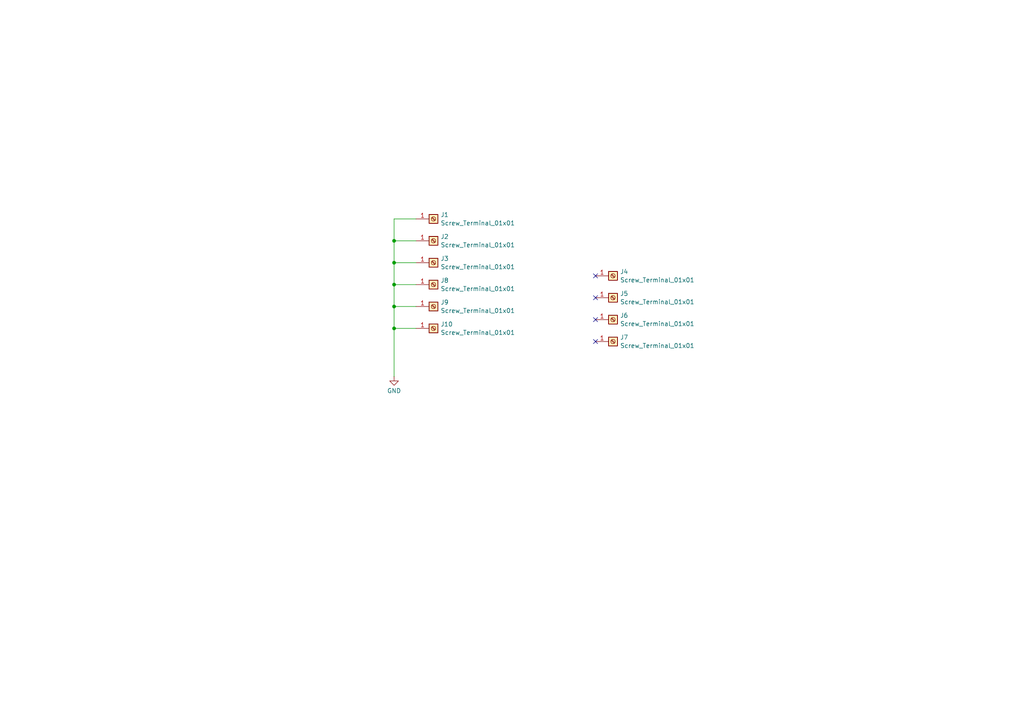
<source format=kicad_sch>
(kicad_sch (version 20231120) (generator "eeschema") (generator_version "8.0")
  (paper "A4")
  (lib_symbols
    (symbol "Connector:Screw_Terminal_01x01" (pin_names (offset 1.016) hide)
      (property "Reference" "J" (at 0 2.54 0))
      (property "Value" "Screw_Terminal_01x01" (at 0 -2.54 0))
      (symbol "Screw_Terminal_01x01_1_1"
        (rectangle (start -1.27 1.27) (end 1.27 -1.27) (stroke (width 0.254)) (fill (type background)))
        (polyline (pts (xy -0.5334 0.3302) (xy 0.3302 -0.508)) (stroke (width 0.1524)))
        (polyline (pts (xy -0.3556 0.508) (xy 0.508 -0.3302)) (stroke (width 0.1524)))
        (circle (center 0 0) (radius 0.635) (stroke (width 0.1524)))
        (pin passive line (at -5.08 0 0) (length 3.81) (name "Pin_1") (number "1"))
      )
    )
    (symbol "power:GND" (power) (pin_numbers hide) (pin_names (offset 0) hide)
      (property "Value" "GND" (at 0 -3.81 0))
      (symbol "GND_0_1"
        (polyline (pts (xy 0 0) (xy 0 -1.27) (xy 1.27 -1.27) (xy 0 -2.54) (xy -1.27 -1.27) (xy 0 -1.27)))
      )
      (symbol "GND_1_1"
        (pin power_in line (at 0 0 270) (length 0) (name "~") (number "1"))
      )
    )
  )
  (junction (at 114.3 69.85))
  (junction (at 114.3 76.2))
  (junction (at 114.3 82.55))
  (junction (at 114.3 95.25))
  (junction (at 114.3 88.9))
  (no_connect (at 172.72 99.06))
  (no_connect (at 172.72 86.36))
  (no_connect (at 172.72 80.01))
  (no_connect (at 172.72 92.71))
  (wire (pts (xy 114.3 95.25) (xy 120.65 95.25)))
  (wire (pts (xy 114.3 88.9) (xy 120.65 88.9)))
  (wire (pts (xy 114.3 63.5) (xy 120.65 63.5)))
  (wire (pts (xy 114.3 76.2) (xy 120.65 76.2)))
  (wire (pts (xy 114.3 76.2) (xy 114.3 69.85)))
  (wire (pts (xy 114.3 88.9) (xy 114.3 82.55)))
  (wire (pts (xy 114.3 69.85) (xy 114.3 63.5)))
  (wire (pts (xy 114.3 109.22) (xy 114.3 95.25)))
  (wire (pts (xy 114.3 95.25) (xy 114.3 88.9)))
  (wire (pts (xy 114.3 82.55) (xy 120.65 82.55)))
  (wire (pts (xy 114.3 82.55) (xy 114.3 76.2)))
  (wire (pts (xy 114.3 69.85) (xy 120.65 69.85)))
  (symbol (lib_id "Connector:Screw_Terminal_01x01") (at 177.8 86.36 0) (unit 1)
    (property "Reference" "J5" (at 179.832 85.1478 0) (effects (justify left)))
    (property "Value" "Screw_Terminal_01x01" (at 179.832 87.5721 0) (effects (justify left)))
    (property "Footprint" "Custom_FP:Wider_M3" (effects (hide yes)))
    (property "Description" "Generic screw terminal, single row, 01x01, script generated (kicad-library-utils/schlib/autogen/connector/)" (effects (hide yes)))
  )
  (symbol (lib_id "Connector:Screw_Terminal_01x01") (at 125.73 95.25 0) (unit 1)
    (property "Reference" "J10" (at 127.762 94.0378 0) (effects (justify left)))
    (property "Value" "Screw_Terminal_01x01" (at 127.762 96.4621 0) (effects (justify left)))
    (property "Footprint" "Custom_FP:JackHole_3.5mm" (effects (hide yes)))
    (property "Description" "Generic screw terminal, single row, 01x01, script generated (kicad-library-utils/schlib/autogen/connector/)" (effects (hide yes)))
  )
  (symbol (lib_id "power:GND") (at 114.3 109.22 0) (unit 1)
    (property "Reference" "#PWR01" (effects (hide yes)))
    (property "Value" "GND" (at 114.3 113.3531 0))
    (property "Description" "Power symbol creates a global label with name \"GND\" , ground" (effects (hide yes)))
  )
  (symbol (lib_id "Connector:Screw_Terminal_01x01") (at 125.73 88.9 0) (unit 1)
    (property "Reference" "J9" (at 127.762 87.6878 0) (effects (justify left)))
    (property "Value" "Screw_Terminal_01x01" (at 127.762 90.1121 0) (effects (justify left)))
    (property "Footprint" "Custom_FP:JackHole_3.5mm" (effects (hide yes)))
    (property "Description" "Generic screw terminal, single row, 01x01, script generated (kicad-library-utils/schlib/autogen/connector/)" (effects (hide yes)))
  )
  (symbol (lib_id "Connector:Screw_Terminal_01x01") (at 177.8 80.01 0) (unit 1)
    (property "Reference" "J4" (at 179.832 78.7978 0) (effects (justify left)))
    (property "Value" "Screw_Terminal_01x01" (at 179.832 81.2221 0) (effects (justify left)))
    (property "Footprint" "Custom_FP:Wider_M3" (effects (hide yes)))
    (property "Description" "Generic screw terminal, single row, 01x01, script generated (kicad-library-utils/schlib/autogen/connector/)" (effects (hide yes)))
  )
  (symbol (lib_id "Connector:Screw_Terminal_01x01") (at 125.73 69.85 0) (unit 1)
    (property "Reference" "J2" (at 127.762 68.6378 0) (effects (justify left)))
    (property "Value" "Screw_Terminal_01x01" (at 127.762 71.0621 0) (effects (justify left)))
    (property "Footprint" "Custom_FP:JackHole_3.5mm" (effects (hide yes)))
    (property "Description" "Generic screw terminal, single row, 01x01, script generated (kicad-library-utils/schlib/autogen/connector/)" (effects (hide yes)))
  )
  (symbol (lib_id "Connector:Screw_Terminal_01x01") (at 125.73 82.55 0) (unit 1)
    (property "Reference" "J8" (at 127.762 81.3378 0) (effects (justify left)))
    (property "Value" "Screw_Terminal_01x01" (at 127.762 83.7621 0) (effects (justify left)))
    (property "Footprint" "Custom_FP:JackHole_3.5mm" (effects (hide yes)))
    (property "Description" "Generic screw terminal, single row, 01x01, script generated (kicad-library-utils/schlib/autogen/connector/)" (effects (hide yes)))
  )
  (symbol (lib_id "Connector:Screw_Terminal_01x01") (at 177.8 92.71 0) (unit 1)
    (property "Reference" "J6" (at 179.832 91.4978 0) (effects (justify left)))
    (property "Value" "Screw_Terminal_01x01" (at 179.832 93.9221 0) (effects (justify left)))
    (property "Footprint" "Custom_FP:Wider_M3" (effects (hide yes)))
    (property "Description" "Generic screw terminal, single row, 01x01, script generated (kicad-library-utils/schlib/autogen/connector/)" (effects (hide yes)))
  )
  (symbol (lib_id "Connector:Screw_Terminal_01x01") (at 125.73 63.5 0) (unit 1)
    (property "Reference" "J1" (at 127.762 62.2878 0) (effects (justify left)))
    (property "Value" "Screw_Terminal_01x01" (at 127.762 64.7121 0) (effects (justify left)))
    (property "Footprint" "Custom_FP:JackHole_3.5mm" (effects (hide yes)))
    (property "Description" "Generic screw terminal, single row, 01x01, script generated (kicad-library-utils/schlib/autogen/connector/)" (effects (hide yes)))
  )
  (symbol (lib_id "Connector:Screw_Terminal_01x01") (at 125.73 76.2 0) (unit 1)
    (property "Reference" "J3" (at 127.762 74.9878 0) (effects (justify left)))
    (property "Value" "Screw_Terminal_01x01" (at 127.762 77.4121 0) (effects (justify left)))
    (property "Footprint" "Custom_FP:JackHole_3.5mm" (effects (hide yes)))
    (property "Description" "Generic screw terminal, single row, 01x01, script generated (kicad-library-utils/schlib/autogen/connector/)" (effects (hide yes)))
  )
  (symbol (lib_id "Connector:Screw_Terminal_01x01") (at 177.8 99.06 0) (unit 1)
    (property "Reference" "J7" (at 179.832 97.8478 0) (effects (justify left)))
    (property "Value" "Screw_Terminal_01x01" (at 179.832 100.2721 0) (effects (justify left)))
    (property "Footprint" "Custom_FP:Wider_M3" (effects (hide yes)))
    (property "Description" "Generic screw terminal, single row, 01x01, script generated (kicad-library-utils/schlib/autogen/connector/)" (effects (hide yes)))
  )
)
</source>
